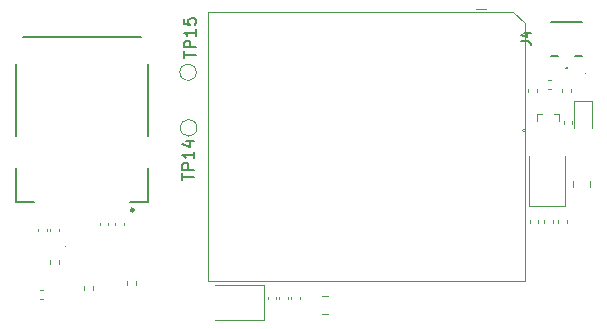
<source format=gbr>
G04 #@! TF.GenerationSoftware,KiCad,Pcbnew,6.0.10+dfsg-1~bpo11+1*
G04 #@! TF.CreationDate,2023-02-03T04:09:12+00:00*
G04 #@! TF.ProjectId,cellular-featherwing-pcb,63656c6c-756c-4617-922d-666561746865,rev?*
G04 #@! TF.SameCoordinates,Original*
G04 #@! TF.FileFunction,Legend,Top*
G04 #@! TF.FilePolarity,Positive*
%FSLAX46Y46*%
G04 Gerber Fmt 4.6, Leading zero omitted, Abs format (unit mm)*
G04 Created by KiCad (PCBNEW 6.0.10+dfsg-1~bpo11+1) date 2023-02-03 04:09:12*
%MOMM*%
%LPD*%
G01*
G04 APERTURE LIST*
%ADD10C,0.150000*%
%ADD11C,0.120000*%
%ADD12C,0.127000*%
%ADD13C,0.200000*%
%ADD14C,0.240000*%
%ADD15C,0.100000*%
%ADD16C,0.010000*%
%ADD17C,1.000000*%
%ADD18R,0.700000X1.150000*%
%ADD19R,1.150000X0.700000*%
%ADD20R,1.000000X1.000000*%
%ADD21R,1.000000X1.050000*%
%ADD22R,1.050000X2.200000*%
%ADD23R,0.900000X1.200000*%
%ADD24R,1.300000X1.800000*%
%ADD25R,0.355600X0.762000*%
G04 APERTURE END LIST*
D10*
X139702380Y-95538095D02*
X139702380Y-94966666D01*
X140702380Y-95252380D02*
X139702380Y-95252380D01*
X140702380Y-94633333D02*
X139702380Y-94633333D01*
X139702380Y-94252380D01*
X139750000Y-94157142D01*
X139797619Y-94109523D01*
X139892857Y-94061904D01*
X140035714Y-94061904D01*
X140130952Y-94109523D01*
X140178571Y-94157142D01*
X140226190Y-94252380D01*
X140226190Y-94633333D01*
X140702380Y-93109523D02*
X140702380Y-93680952D01*
X140702380Y-93395238D02*
X139702380Y-93395238D01*
X139845238Y-93490476D01*
X139940476Y-93585714D01*
X139988095Y-93680952D01*
X140035714Y-92252380D02*
X140702380Y-92252380D01*
X139654761Y-92490476D02*
X140369047Y-92728571D01*
X140369047Y-92109523D01*
X168399340Y-83789695D02*
X168971720Y-83789695D01*
X169086196Y-83827853D01*
X169162513Y-83904171D01*
X169200671Y-84018647D01*
X169200671Y-84094964D01*
X168666451Y-83064681D02*
X169200671Y-83064681D01*
X168361182Y-83255474D02*
X168933561Y-83446267D01*
X168933561Y-82950205D01*
X139852380Y-85188095D02*
X139852380Y-84616666D01*
X140852380Y-84902380D02*
X139852380Y-84902380D01*
X140852380Y-84283333D02*
X139852380Y-84283333D01*
X139852380Y-83902380D01*
X139900000Y-83807142D01*
X139947619Y-83759523D01*
X140042857Y-83711904D01*
X140185714Y-83711904D01*
X140280952Y-83759523D01*
X140328571Y-83807142D01*
X140376190Y-83902380D01*
X140376190Y-84283333D01*
X140852380Y-82759523D02*
X140852380Y-83330952D01*
X140852380Y-83045238D02*
X139852380Y-83045238D01*
X139995238Y-83140476D01*
X140090476Y-83235714D01*
X140138095Y-83330952D01*
X139852380Y-81854761D02*
X139852380Y-82330952D01*
X140328571Y-82378571D01*
X140280952Y-82330952D01*
X140233333Y-82235714D01*
X140233333Y-81997619D01*
X140280952Y-81902380D01*
X140328571Y-81854761D01*
X140423809Y-81807142D01*
X140661904Y-81807142D01*
X140757142Y-81854761D01*
X140804761Y-81902380D01*
X140852380Y-81997619D01*
X140852380Y-82235714D01*
X140804761Y-82330952D01*
X140757142Y-82378571D01*
D11*
X140950000Y-91100000D02*
G75*
G03*
X140950000Y-91100000I-700000J0D01*
G01*
X141900000Y-81300000D02*
X167750000Y-81300000D01*
X168700000Y-82250000D02*
X168700000Y-104100000D01*
X168700000Y-104100000D02*
X141900000Y-104100000D01*
X167750000Y-81300000D02*
X168700000Y-82250000D01*
X165450000Y-81000000D02*
X164600000Y-81000000D01*
X141900000Y-104100000D02*
X141900000Y-81300000D01*
X127626359Y-105620000D02*
X127933641Y-105620000D01*
X127626359Y-104860000D02*
X127933641Y-104860000D01*
X148660000Y-105392164D02*
X148660000Y-105607836D01*
X147940000Y-105392164D02*
X147940000Y-105607836D01*
X171060000Y-98942164D02*
X171060000Y-99157836D01*
X170340000Y-98942164D02*
X170340000Y-99157836D01*
X168990000Y-87822164D02*
X168990000Y-88037836D01*
X169710000Y-87822164D02*
X169710000Y-88037836D01*
X170953641Y-87830000D02*
X170646359Y-87830000D01*
X170953641Y-87070000D02*
X170646359Y-87070000D01*
X172610000Y-87822164D02*
X172610000Y-88037836D01*
X171890000Y-87822164D02*
X171890000Y-88037836D01*
D12*
X170950000Y-82142500D02*
X173550000Y-82142500D01*
X173000000Y-84982500D02*
X173550000Y-84982500D01*
X170950000Y-84982500D02*
X171500000Y-84982500D01*
D10*
X172325000Y-86062500D02*
G75*
G03*
X172325000Y-86062500I-75000J0D01*
G01*
D11*
X151572936Y-106835000D02*
X152027064Y-106835000D01*
X151572936Y-105365000D02*
X152027064Y-105365000D01*
X146940000Y-105392164D02*
X146940000Y-105607836D01*
X147660000Y-105392164D02*
X147660000Y-105607836D01*
X140900000Y-86400000D02*
G75*
G03*
X140900000Y-86400000I-700000J0D01*
G01*
X131400000Y-104793641D02*
X131400000Y-104486359D01*
X132160000Y-104793641D02*
X132160000Y-104486359D01*
X133440000Y-99132164D02*
X133440000Y-99347836D01*
X132720000Y-99132164D02*
X132720000Y-99347836D01*
D13*
X127136000Y-97400000D02*
X125600000Y-97400000D01*
X136800000Y-97400000D02*
X135264000Y-97400000D01*
X136200000Y-83400000D02*
X126200000Y-83400000D01*
X136800000Y-91797000D02*
X136800000Y-85701000D01*
X136800000Y-94464000D02*
X136800000Y-97400000D01*
X125600000Y-97400000D02*
X125600000Y-94464000D01*
X125600000Y-85701000D02*
X125600000Y-91797000D01*
D14*
X135587000Y-98045000D02*
G75*
G03*
X135587000Y-98045000I-120000J0D01*
G01*
D11*
X174235000Y-96077064D02*
X174235000Y-95622936D01*
X172765000Y-96077064D02*
X172765000Y-95622936D01*
X170189460Y-89891200D02*
X169772900Y-89891200D01*
X171627100Y-90521725D02*
X171627100Y-89891200D01*
X169772900Y-89891200D02*
X169772900Y-90521725D01*
X171627100Y-89891200D02*
X171210540Y-89891200D01*
X168756900Y-91300900D02*
G75*
G03*
X168756900Y-91300900I-127000J0D01*
G01*
X172710000Y-90542164D02*
X172710000Y-90757836D01*
X171990000Y-90542164D02*
X171990000Y-90757836D01*
D15*
X173875000Y-86462500D02*
G75*
G03*
X173875000Y-86462500I-50000J0D01*
G01*
D11*
X149660000Y-105392164D02*
X149660000Y-105607836D01*
X148940000Y-105392164D02*
X148940000Y-105607836D01*
X134020000Y-99132164D02*
X134020000Y-99347836D01*
X134740000Y-99132164D02*
X134740000Y-99347836D01*
X172110000Y-97710000D02*
X172110000Y-93500000D01*
X169090000Y-93500000D02*
X169090000Y-97710000D01*
X169090000Y-97710000D02*
X172110000Y-97710000D01*
X128500000Y-102593641D02*
X128500000Y-102286359D01*
X129260000Y-102593641D02*
X129260000Y-102286359D01*
X174385000Y-88865000D02*
X172915000Y-88865000D01*
X172915000Y-88865000D02*
X172915000Y-91150000D01*
X174385000Y-91150000D02*
X174385000Y-88865000D01*
X169860000Y-98942164D02*
X169860000Y-99157836D01*
X169140000Y-98942164D02*
X169140000Y-99157836D01*
X128240000Y-99632164D02*
X128240000Y-99847836D01*
X127520000Y-99632164D02*
X127520000Y-99847836D01*
X172260000Y-98942164D02*
X172260000Y-99157836D01*
X171540000Y-98942164D02*
X171540000Y-99157836D01*
X129810000Y-101140000D02*
G75*
G03*
X129810000Y-101140000I-10000J0D01*
G01*
X129240000Y-99632164D02*
X129240000Y-99847836D01*
X128520000Y-99632164D02*
X128520000Y-99847836D01*
X135000000Y-104393641D02*
X135000000Y-104086359D01*
X135760000Y-104393641D02*
X135760000Y-104086359D01*
X146660000Y-107410000D02*
X146660000Y-104390000D01*
X142450000Y-107410000D02*
X146660000Y-107410000D01*
X146660000Y-104390000D02*
X142450000Y-104390000D01*
%LPC*%
G36*
X130775000Y-101140700D02*
G01*
X130324564Y-101140700D01*
X130324564Y-100240000D01*
X130775000Y-100240000D01*
X130775000Y-101140700D01*
G37*
D16*
X130775000Y-101140700D02*
X130324564Y-101140700D01*
X130324564Y-100240000D01*
X130775000Y-100240000D01*
X130775000Y-101140700D01*
G36*
X132075000Y-99239692D02*
G01*
X131625262Y-99239692D01*
X131625262Y-98340000D01*
X132075000Y-98340000D01*
X132075000Y-99239692D01*
G37*
X132075000Y-99239692D02*
X131625262Y-99239692D01*
X131625262Y-98340000D01*
X132075000Y-98340000D01*
X132075000Y-99239692D01*
G36*
X131425000Y-99239435D02*
G01*
X130974746Y-99239435D01*
X130974746Y-98340000D01*
X131425000Y-98340000D01*
X131425000Y-99239435D01*
G37*
X131425000Y-99239435D02*
X130974746Y-99239435D01*
X130974746Y-98340000D01*
X131425000Y-98340000D01*
X131425000Y-99239435D01*
G36*
X132075000Y-101141810D02*
G01*
X131625551Y-101141810D01*
X131625551Y-100240000D01*
X132075000Y-100240000D01*
X132075000Y-101141810D01*
G37*
X132075000Y-101141810D02*
X131625551Y-101141810D01*
X131625551Y-100240000D01*
X132075000Y-100240000D01*
X132075000Y-101141810D01*
G36*
X131425000Y-101140820D02*
G01*
X130974869Y-101140820D01*
X130974869Y-100240000D01*
X131425000Y-100240000D01*
X131425000Y-101140820D01*
G37*
X131425000Y-101140820D02*
X130974869Y-101140820D01*
X130974869Y-100240000D01*
X131425000Y-100240000D01*
X131425000Y-101140820D01*
G36*
X130775000Y-99239917D02*
G01*
X130324855Y-99239917D01*
X130324855Y-98340000D01*
X130775000Y-98340000D01*
X130775000Y-99239917D01*
G37*
X130775000Y-99239917D02*
X130324855Y-99239917D01*
X130324855Y-98340000D01*
X130775000Y-98340000D01*
X130775000Y-99239917D01*
D17*
X140250000Y-91100000D03*
D18*
X165000000Y-83520000D03*
X163900000Y-83520000D03*
X162800000Y-83520000D03*
X161700000Y-83520000D03*
X160600000Y-83520000D03*
X159500000Y-83520000D03*
X158400000Y-83520000D03*
X157300000Y-83520000D03*
X156200000Y-83520000D03*
X155100000Y-83520000D03*
X153400000Y-83520000D03*
X152300000Y-83520000D03*
X151200000Y-83520000D03*
X150100000Y-83520000D03*
X149000000Y-83520000D03*
X147900000Y-83520000D03*
X146800000Y-83520000D03*
X145700000Y-83520000D03*
D19*
X144270000Y-85250000D03*
X144270000Y-86350000D03*
X144270000Y-87450000D03*
X144270000Y-88550000D03*
X144270000Y-89650000D03*
X144270000Y-90750000D03*
X144270000Y-93250000D03*
X144270000Y-94350000D03*
X144270000Y-95450000D03*
X144270000Y-96550000D03*
X144270000Y-97650000D03*
X144270000Y-98750000D03*
X144270000Y-99850000D03*
D18*
X145700000Y-101880000D03*
X146800000Y-101880000D03*
X147900000Y-101880000D03*
X149000000Y-101880000D03*
X150100000Y-101880000D03*
X151200000Y-101880000D03*
X152300000Y-101880000D03*
X153400000Y-101880000D03*
X155100000Y-101880000D03*
X156200000Y-101880000D03*
X157300000Y-101880000D03*
X158400000Y-101880000D03*
X159500000Y-101880000D03*
X160600000Y-101880000D03*
X161700000Y-101880000D03*
X162800000Y-101880000D03*
X163900000Y-101880000D03*
X165000000Y-101880000D03*
D19*
X166330000Y-99850000D03*
X166330000Y-98750000D03*
X166330000Y-97650000D03*
X166330000Y-96550000D03*
X166330000Y-95450000D03*
X166330000Y-94350000D03*
X166330000Y-93250000D03*
X166330000Y-90750000D03*
X166330000Y-89650000D03*
X166330000Y-88550000D03*
X166330000Y-87450000D03*
X166330000Y-86350000D03*
X166330000Y-85250000D03*
D20*
X159550000Y-86750000D03*
X157850000Y-86750000D03*
X156150000Y-86750000D03*
X154450000Y-86750000D03*
X152750000Y-86750000D03*
X151050000Y-86750000D03*
X147650000Y-90150000D03*
X147650000Y-91850000D03*
X147650000Y-93550000D03*
X147650000Y-95250000D03*
X151050000Y-98650000D03*
X152750000Y-98650000D03*
X154450000Y-98650000D03*
X156150000Y-98650000D03*
X157850000Y-98650000D03*
X159550000Y-98650000D03*
X162950000Y-95250000D03*
X162950000Y-93550000D03*
X162950000Y-91850000D03*
X162950000Y-90150000D03*
X159550000Y-88450000D03*
X157850000Y-88450000D03*
X156150000Y-88450000D03*
X154450000Y-88450000D03*
X152750000Y-88450000D03*
X151050000Y-88450000D03*
X149350000Y-90150000D03*
X149350000Y-91850000D03*
X149350000Y-93550000D03*
X149350000Y-95250000D03*
X151050000Y-96950000D03*
X152750000Y-96950000D03*
X154450000Y-96950000D03*
X156150000Y-96950000D03*
X157850000Y-96950000D03*
X159550000Y-96950000D03*
X161250000Y-95250000D03*
X161250000Y-93550000D03*
X161250000Y-91850000D03*
X161250000Y-90150000D03*
G36*
G01*
X127000000Y-105425000D02*
X127000000Y-105055000D01*
G75*
G02*
X127135000Y-104920000I135000J0D01*
G01*
X127405000Y-104920000D01*
G75*
G02*
X127540000Y-105055000I0J-135000D01*
G01*
X127540000Y-105425000D01*
G75*
G02*
X127405000Y-105560000I-135000J0D01*
G01*
X127135000Y-105560000D01*
G75*
G02*
X127000000Y-105425000I0J135000D01*
G01*
G37*
G36*
G01*
X128020000Y-105425000D02*
X128020000Y-105055000D01*
G75*
G02*
X128155000Y-104920000I135000J0D01*
G01*
X128425000Y-104920000D01*
G75*
G02*
X128560000Y-105055000I0J-135000D01*
G01*
X128560000Y-105425000D01*
G75*
G02*
X128425000Y-105560000I-135000J0D01*
G01*
X128155000Y-105560000D01*
G75*
G02*
X128020000Y-105425000I0J135000D01*
G01*
G37*
G36*
G01*
X148130000Y-104740000D02*
X148470000Y-104740000D01*
G75*
G02*
X148610000Y-104880000I0J-140000D01*
G01*
X148610000Y-105160000D01*
G75*
G02*
X148470000Y-105300000I-140000J0D01*
G01*
X148130000Y-105300000D01*
G75*
G02*
X147990000Y-105160000I0J140000D01*
G01*
X147990000Y-104880000D01*
G75*
G02*
X148130000Y-104740000I140000J0D01*
G01*
G37*
G36*
G01*
X148130000Y-105700000D02*
X148470000Y-105700000D01*
G75*
G02*
X148610000Y-105840000I0J-140000D01*
G01*
X148610000Y-106120000D01*
G75*
G02*
X148470000Y-106260000I-140000J0D01*
G01*
X148130000Y-106260000D01*
G75*
G02*
X147990000Y-106120000I0J140000D01*
G01*
X147990000Y-105840000D01*
G75*
G02*
X148130000Y-105700000I140000J0D01*
G01*
G37*
G36*
G01*
X170530000Y-98290000D02*
X170870000Y-98290000D01*
G75*
G02*
X171010000Y-98430000I0J-140000D01*
G01*
X171010000Y-98710000D01*
G75*
G02*
X170870000Y-98850000I-140000J0D01*
G01*
X170530000Y-98850000D01*
G75*
G02*
X170390000Y-98710000I0J140000D01*
G01*
X170390000Y-98430000D01*
G75*
G02*
X170530000Y-98290000I140000J0D01*
G01*
G37*
G36*
G01*
X170530000Y-99250000D02*
X170870000Y-99250000D01*
G75*
G02*
X171010000Y-99390000I0J-140000D01*
G01*
X171010000Y-99670000D01*
G75*
G02*
X170870000Y-99810000I-140000J0D01*
G01*
X170530000Y-99810000D01*
G75*
G02*
X170390000Y-99670000I0J140000D01*
G01*
X170390000Y-99390000D01*
G75*
G02*
X170530000Y-99250000I140000J0D01*
G01*
G37*
G36*
G01*
X169180000Y-87170000D02*
X169520000Y-87170000D01*
G75*
G02*
X169660000Y-87310000I0J-140000D01*
G01*
X169660000Y-87590000D01*
G75*
G02*
X169520000Y-87730000I-140000J0D01*
G01*
X169180000Y-87730000D01*
G75*
G02*
X169040000Y-87590000I0J140000D01*
G01*
X169040000Y-87310000D01*
G75*
G02*
X169180000Y-87170000I140000J0D01*
G01*
G37*
G36*
G01*
X169180000Y-88130000D02*
X169520000Y-88130000D01*
G75*
G02*
X169660000Y-88270000I0J-140000D01*
G01*
X169660000Y-88550000D01*
G75*
G02*
X169520000Y-88690000I-140000J0D01*
G01*
X169180000Y-88690000D01*
G75*
G02*
X169040000Y-88550000I0J140000D01*
G01*
X169040000Y-88270000D01*
G75*
G02*
X169180000Y-88130000I140000J0D01*
G01*
G37*
G36*
G01*
X171580000Y-87265000D02*
X171580000Y-87635000D01*
G75*
G02*
X171445000Y-87770000I-135000J0D01*
G01*
X171175000Y-87770000D01*
G75*
G02*
X171040000Y-87635000I0J135000D01*
G01*
X171040000Y-87265000D01*
G75*
G02*
X171175000Y-87130000I135000J0D01*
G01*
X171445000Y-87130000D01*
G75*
G02*
X171580000Y-87265000I0J-135000D01*
G01*
G37*
G36*
G01*
X170560000Y-87265000D02*
X170560000Y-87635000D01*
G75*
G02*
X170425000Y-87770000I-135000J0D01*
G01*
X170155000Y-87770000D01*
G75*
G02*
X170020000Y-87635000I0J135000D01*
G01*
X170020000Y-87265000D01*
G75*
G02*
X170155000Y-87130000I135000J0D01*
G01*
X170425000Y-87130000D01*
G75*
G02*
X170560000Y-87265000I0J-135000D01*
G01*
G37*
G36*
G01*
X172080000Y-87170000D02*
X172420000Y-87170000D01*
G75*
G02*
X172560000Y-87310000I0J-140000D01*
G01*
X172560000Y-87590000D01*
G75*
G02*
X172420000Y-87730000I-140000J0D01*
G01*
X172080000Y-87730000D01*
G75*
G02*
X171940000Y-87590000I0J140000D01*
G01*
X171940000Y-87310000D01*
G75*
G02*
X172080000Y-87170000I140000J0D01*
G01*
G37*
G36*
G01*
X172080000Y-88130000D02*
X172420000Y-88130000D01*
G75*
G02*
X172560000Y-88270000I0J-140000D01*
G01*
X172560000Y-88550000D01*
G75*
G02*
X172420000Y-88690000I-140000J0D01*
G01*
X172080000Y-88690000D01*
G75*
G02*
X171940000Y-88550000I0J140000D01*
G01*
X171940000Y-88270000D01*
G75*
G02*
X172080000Y-88130000I140000J0D01*
G01*
G37*
D21*
X172250000Y-85087500D03*
D22*
X170775000Y-83562500D03*
X173725000Y-83562500D03*
G36*
G01*
X150375000Y-106550000D02*
X150375000Y-105650000D01*
G75*
G02*
X150625000Y-105400000I250000J0D01*
G01*
X151150000Y-105400000D01*
G75*
G02*
X151400000Y-105650000I0J-250000D01*
G01*
X151400000Y-106550000D01*
G75*
G02*
X151150000Y-106800000I-250000J0D01*
G01*
X150625000Y-106800000D01*
G75*
G02*
X150375000Y-106550000I0J250000D01*
G01*
G37*
G36*
G01*
X152200000Y-106550000D02*
X152200000Y-105650000D01*
G75*
G02*
X152450000Y-105400000I250000J0D01*
G01*
X152975000Y-105400000D01*
G75*
G02*
X153225000Y-105650000I0J-250000D01*
G01*
X153225000Y-106550000D01*
G75*
G02*
X152975000Y-106800000I-250000J0D01*
G01*
X152450000Y-106800000D01*
G75*
G02*
X152200000Y-106550000I0J250000D01*
G01*
G37*
G36*
G01*
X147130000Y-104740000D02*
X147470000Y-104740000D01*
G75*
G02*
X147610000Y-104880000I0J-140000D01*
G01*
X147610000Y-105160000D01*
G75*
G02*
X147470000Y-105300000I-140000J0D01*
G01*
X147130000Y-105300000D01*
G75*
G02*
X146990000Y-105160000I0J140000D01*
G01*
X146990000Y-104880000D01*
G75*
G02*
X147130000Y-104740000I140000J0D01*
G01*
G37*
G36*
G01*
X147130000Y-105700000D02*
X147470000Y-105700000D01*
G75*
G02*
X147610000Y-105840000I0J-140000D01*
G01*
X147610000Y-106120000D01*
G75*
G02*
X147470000Y-106260000I-140000J0D01*
G01*
X147130000Y-106260000D01*
G75*
G02*
X146990000Y-106120000I0J140000D01*
G01*
X146990000Y-105840000D01*
G75*
G02*
X147130000Y-105700000I140000J0D01*
G01*
G37*
D17*
X140200000Y-86400000D03*
G36*
G01*
X131965000Y-105420000D02*
X131595000Y-105420000D01*
G75*
G02*
X131460000Y-105285000I0J135000D01*
G01*
X131460000Y-105015000D01*
G75*
G02*
X131595000Y-104880000I135000J0D01*
G01*
X131965000Y-104880000D01*
G75*
G02*
X132100000Y-105015000I0J-135000D01*
G01*
X132100000Y-105285000D01*
G75*
G02*
X131965000Y-105420000I-135000J0D01*
G01*
G37*
G36*
G01*
X131965000Y-104400000D02*
X131595000Y-104400000D01*
G75*
G02*
X131460000Y-104265000I0J135000D01*
G01*
X131460000Y-103995000D01*
G75*
G02*
X131595000Y-103860000I135000J0D01*
G01*
X131965000Y-103860000D01*
G75*
G02*
X132100000Y-103995000I0J-135000D01*
G01*
X132100000Y-104265000D01*
G75*
G02*
X131965000Y-104400000I-135000J0D01*
G01*
G37*
G36*
G01*
X132910000Y-98480000D02*
X133250000Y-98480000D01*
G75*
G02*
X133390000Y-98620000I0J-140000D01*
G01*
X133390000Y-98900000D01*
G75*
G02*
X133250000Y-99040000I-140000J0D01*
G01*
X132910000Y-99040000D01*
G75*
G02*
X132770000Y-98900000I0J140000D01*
G01*
X132770000Y-98620000D01*
G75*
G02*
X132910000Y-98480000I140000J0D01*
G01*
G37*
G36*
G01*
X132910000Y-99440000D02*
X133250000Y-99440000D01*
G75*
G02*
X133390000Y-99580000I0J-140000D01*
G01*
X133390000Y-99860000D01*
G75*
G02*
X133250000Y-100000000I-140000J0D01*
G01*
X132910000Y-100000000D01*
G75*
G02*
X132770000Y-99860000I0J140000D01*
G01*
X132770000Y-99580000D01*
G75*
G02*
X132910000Y-99440000I140000J0D01*
G01*
G37*
D23*
X134375000Y-97200000D03*
X131835000Y-97200000D03*
X129295000Y-97200000D03*
X133105000Y-97200000D03*
X130565000Y-97200000D03*
X128025000Y-97200000D03*
D24*
X137350000Y-93100000D03*
X125050000Y-93100000D03*
X125050000Y-84300000D03*
X137350000Y-84300000D03*
G36*
G01*
X173950000Y-97275000D02*
X173050000Y-97275000D01*
G75*
G02*
X172800000Y-97025000I0J250000D01*
G01*
X172800000Y-96500000D01*
G75*
G02*
X173050000Y-96250000I250000J0D01*
G01*
X173950000Y-96250000D01*
G75*
G02*
X174200000Y-96500000I0J-250000D01*
G01*
X174200000Y-97025000D01*
G75*
G02*
X173950000Y-97275000I-250000J0D01*
G01*
G37*
G36*
G01*
X173950000Y-95450000D02*
X173050000Y-95450000D01*
G75*
G02*
X172800000Y-95200000I0J250000D01*
G01*
X172800000Y-94675000D01*
G75*
G02*
X173050000Y-94425000I250000J0D01*
G01*
X173950000Y-94425000D01*
G75*
G02*
X174200000Y-94675000I0J-250000D01*
G01*
X174200000Y-95200000D01*
G75*
G02*
X173950000Y-95450000I-250000J0D01*
G01*
G37*
D25*
X170200001Y-91123100D03*
X171199999Y-91123100D03*
X170700000Y-89776900D03*
G36*
G01*
X172180000Y-89890000D02*
X172520000Y-89890000D01*
G75*
G02*
X172660000Y-90030000I0J-140000D01*
G01*
X172660000Y-90310000D01*
G75*
G02*
X172520000Y-90450000I-140000J0D01*
G01*
X172180000Y-90450000D01*
G75*
G02*
X172040000Y-90310000I0J140000D01*
G01*
X172040000Y-90030000D01*
G75*
G02*
X172180000Y-89890000I140000J0D01*
G01*
G37*
G36*
G01*
X172180000Y-90850000D02*
X172520000Y-90850000D01*
G75*
G02*
X172660000Y-90990000I0J-140000D01*
G01*
X172660000Y-91270000D01*
G75*
G02*
X172520000Y-91410000I-140000J0D01*
G01*
X172180000Y-91410000D01*
G75*
G02*
X172040000Y-91270000I0J140000D01*
G01*
X172040000Y-90990000D01*
G75*
G02*
X172180000Y-90850000I140000J0D01*
G01*
G37*
G36*
G01*
X173515000Y-86290000D02*
X173515000Y-86635000D01*
G75*
G02*
X173367500Y-86782500I-147500J0D01*
G01*
X173072500Y-86782500D01*
G75*
G02*
X172925000Y-86635000I0J147500D01*
G01*
X172925000Y-86290000D01*
G75*
G02*
X173072500Y-86142500I147500J0D01*
G01*
X173367500Y-86142500D01*
G75*
G02*
X173515000Y-86290000I0J-147500D01*
G01*
G37*
G36*
G01*
X172545000Y-86290000D02*
X172545000Y-86635000D01*
G75*
G02*
X172397500Y-86782500I-147500J0D01*
G01*
X172102500Y-86782500D01*
G75*
G02*
X171955000Y-86635000I0J147500D01*
G01*
X171955000Y-86290000D01*
G75*
G02*
X172102500Y-86142500I147500J0D01*
G01*
X172397500Y-86142500D01*
G75*
G02*
X172545000Y-86290000I0J-147500D01*
G01*
G37*
G36*
G01*
X149130000Y-104740000D02*
X149470000Y-104740000D01*
G75*
G02*
X149610000Y-104880000I0J-140000D01*
G01*
X149610000Y-105160000D01*
G75*
G02*
X149470000Y-105300000I-140000J0D01*
G01*
X149130000Y-105300000D01*
G75*
G02*
X148990000Y-105160000I0J140000D01*
G01*
X148990000Y-104880000D01*
G75*
G02*
X149130000Y-104740000I140000J0D01*
G01*
G37*
G36*
G01*
X149130000Y-105700000D02*
X149470000Y-105700000D01*
G75*
G02*
X149610000Y-105840000I0J-140000D01*
G01*
X149610000Y-106120000D01*
G75*
G02*
X149470000Y-106260000I-140000J0D01*
G01*
X149130000Y-106260000D01*
G75*
G02*
X148990000Y-106120000I0J140000D01*
G01*
X148990000Y-105840000D01*
G75*
G02*
X149130000Y-105700000I140000J0D01*
G01*
G37*
G36*
G01*
X134210000Y-98480000D02*
X134550000Y-98480000D01*
G75*
G02*
X134690000Y-98620000I0J-140000D01*
G01*
X134690000Y-98900000D01*
G75*
G02*
X134550000Y-99040000I-140000J0D01*
G01*
X134210000Y-99040000D01*
G75*
G02*
X134070000Y-98900000I0J140000D01*
G01*
X134070000Y-98620000D01*
G75*
G02*
X134210000Y-98480000I140000J0D01*
G01*
G37*
G36*
G01*
X134210000Y-99440000D02*
X134550000Y-99440000D01*
G75*
G02*
X134690000Y-99580000I0J-140000D01*
G01*
X134690000Y-99860000D01*
G75*
G02*
X134550000Y-100000000I-140000J0D01*
G01*
X134210000Y-100000000D01*
G75*
G02*
X134070000Y-99860000I0J140000D01*
G01*
X134070000Y-99580000D01*
G75*
G02*
X134210000Y-99440000I140000J0D01*
G01*
G37*
G36*
G01*
X171525000Y-97450000D02*
X169675000Y-97450000D01*
G75*
G02*
X169425000Y-97200000I0J250000D01*
G01*
X169425000Y-96375000D01*
G75*
G02*
X169675000Y-96125000I250000J0D01*
G01*
X171525000Y-96125000D01*
G75*
G02*
X171775000Y-96375000I0J-250000D01*
G01*
X171775000Y-97200000D01*
G75*
G02*
X171525000Y-97450000I-250000J0D01*
G01*
G37*
G36*
G01*
X171525000Y-94375000D02*
X169675000Y-94375000D01*
G75*
G02*
X169425000Y-94125000I0J250000D01*
G01*
X169425000Y-93300000D01*
G75*
G02*
X169675000Y-93050000I250000J0D01*
G01*
X171525000Y-93050000D01*
G75*
G02*
X171775000Y-93300000I0J-250000D01*
G01*
X171775000Y-94125000D01*
G75*
G02*
X171525000Y-94375000I-250000J0D01*
G01*
G37*
G36*
G01*
X129065000Y-103220000D02*
X128695000Y-103220000D01*
G75*
G02*
X128560000Y-103085000I0J135000D01*
G01*
X128560000Y-102815000D01*
G75*
G02*
X128695000Y-102680000I135000J0D01*
G01*
X129065000Y-102680000D01*
G75*
G02*
X129200000Y-102815000I0J-135000D01*
G01*
X129200000Y-103085000D01*
G75*
G02*
X129065000Y-103220000I-135000J0D01*
G01*
G37*
G36*
G01*
X129065000Y-102200000D02*
X128695000Y-102200000D01*
G75*
G02*
X128560000Y-102065000I0J135000D01*
G01*
X128560000Y-101795000D01*
G75*
G02*
X128695000Y-101660000I135000J0D01*
G01*
X129065000Y-101660000D01*
G75*
G02*
X129200000Y-101795000I0J-135000D01*
G01*
X129200000Y-102065000D01*
G75*
G02*
X129065000Y-102200000I-135000J0D01*
G01*
G37*
G36*
G01*
X173393750Y-89125000D02*
X173906250Y-89125000D01*
G75*
G02*
X174125000Y-89343750I0J-218750D01*
G01*
X174125000Y-89781250D01*
G75*
G02*
X173906250Y-90000000I-218750J0D01*
G01*
X173393750Y-90000000D01*
G75*
G02*
X173175000Y-89781250I0J218750D01*
G01*
X173175000Y-89343750D01*
G75*
G02*
X173393750Y-89125000I218750J0D01*
G01*
G37*
G36*
G01*
X173393750Y-90700000D02*
X173906250Y-90700000D01*
G75*
G02*
X174125000Y-90918750I0J-218750D01*
G01*
X174125000Y-91356250D01*
G75*
G02*
X173906250Y-91575000I-218750J0D01*
G01*
X173393750Y-91575000D01*
G75*
G02*
X173175000Y-91356250I0J218750D01*
G01*
X173175000Y-90918750D01*
G75*
G02*
X173393750Y-90700000I218750J0D01*
G01*
G37*
G36*
G01*
X169330000Y-98290000D02*
X169670000Y-98290000D01*
G75*
G02*
X169810000Y-98430000I0J-140000D01*
G01*
X169810000Y-98710000D01*
G75*
G02*
X169670000Y-98850000I-140000J0D01*
G01*
X169330000Y-98850000D01*
G75*
G02*
X169190000Y-98710000I0J140000D01*
G01*
X169190000Y-98430000D01*
G75*
G02*
X169330000Y-98290000I140000J0D01*
G01*
G37*
G36*
G01*
X169330000Y-99250000D02*
X169670000Y-99250000D01*
G75*
G02*
X169810000Y-99390000I0J-140000D01*
G01*
X169810000Y-99670000D01*
G75*
G02*
X169670000Y-99810000I-140000J0D01*
G01*
X169330000Y-99810000D01*
G75*
G02*
X169190000Y-99670000I0J140000D01*
G01*
X169190000Y-99390000D01*
G75*
G02*
X169330000Y-99250000I140000J0D01*
G01*
G37*
G36*
G01*
X127710000Y-98980000D02*
X128050000Y-98980000D01*
G75*
G02*
X128190000Y-99120000I0J-140000D01*
G01*
X128190000Y-99400000D01*
G75*
G02*
X128050000Y-99540000I-140000J0D01*
G01*
X127710000Y-99540000D01*
G75*
G02*
X127570000Y-99400000I0J140000D01*
G01*
X127570000Y-99120000D01*
G75*
G02*
X127710000Y-98980000I140000J0D01*
G01*
G37*
G36*
G01*
X127710000Y-99940000D02*
X128050000Y-99940000D01*
G75*
G02*
X128190000Y-100080000I0J-140000D01*
G01*
X128190000Y-100360000D01*
G75*
G02*
X128050000Y-100500000I-140000J0D01*
G01*
X127710000Y-100500000D01*
G75*
G02*
X127570000Y-100360000I0J140000D01*
G01*
X127570000Y-100080000D01*
G75*
G02*
X127710000Y-99940000I140000J0D01*
G01*
G37*
G36*
G01*
X171730000Y-98290000D02*
X172070000Y-98290000D01*
G75*
G02*
X172210000Y-98430000I0J-140000D01*
G01*
X172210000Y-98710000D01*
G75*
G02*
X172070000Y-98850000I-140000J0D01*
G01*
X171730000Y-98850000D01*
G75*
G02*
X171590000Y-98710000I0J140000D01*
G01*
X171590000Y-98430000D01*
G75*
G02*
X171730000Y-98290000I140000J0D01*
G01*
G37*
G36*
G01*
X171730000Y-99250000D02*
X172070000Y-99250000D01*
G75*
G02*
X172210000Y-99390000I0J-140000D01*
G01*
X172210000Y-99670000D01*
G75*
G02*
X172070000Y-99810000I-140000J0D01*
G01*
X171730000Y-99810000D01*
G75*
G02*
X171590000Y-99670000I0J140000D01*
G01*
X171590000Y-99390000D01*
G75*
G02*
X171730000Y-99250000I140000J0D01*
G01*
G37*
G36*
G01*
X128710000Y-98980000D02*
X129050000Y-98980000D01*
G75*
G02*
X129190000Y-99120000I0J-140000D01*
G01*
X129190000Y-99400000D01*
G75*
G02*
X129050000Y-99540000I-140000J0D01*
G01*
X128710000Y-99540000D01*
G75*
G02*
X128570000Y-99400000I0J140000D01*
G01*
X128570000Y-99120000D01*
G75*
G02*
X128710000Y-98980000I140000J0D01*
G01*
G37*
G36*
G01*
X128710000Y-99940000D02*
X129050000Y-99940000D01*
G75*
G02*
X129190000Y-100080000I0J-140000D01*
G01*
X129190000Y-100360000D01*
G75*
G02*
X129050000Y-100500000I-140000J0D01*
G01*
X128710000Y-100500000D01*
G75*
G02*
X128570000Y-100360000I0J140000D01*
G01*
X128570000Y-100080000D01*
G75*
G02*
X128710000Y-99940000I140000J0D01*
G01*
G37*
G36*
G01*
X135565000Y-105020000D02*
X135195000Y-105020000D01*
G75*
G02*
X135060000Y-104885000I0J135000D01*
G01*
X135060000Y-104615000D01*
G75*
G02*
X135195000Y-104480000I135000J0D01*
G01*
X135565000Y-104480000D01*
G75*
G02*
X135700000Y-104615000I0J-135000D01*
G01*
X135700000Y-104885000D01*
G75*
G02*
X135565000Y-105020000I-135000J0D01*
G01*
G37*
G36*
G01*
X135565000Y-104000000D02*
X135195000Y-104000000D01*
G75*
G02*
X135060000Y-103865000I0J135000D01*
G01*
X135060000Y-103595000D01*
G75*
G02*
X135195000Y-103460000I135000J0D01*
G01*
X135565000Y-103460000D01*
G75*
G02*
X135700000Y-103595000I0J-135000D01*
G01*
X135700000Y-103865000D01*
G75*
G02*
X135565000Y-104000000I-135000J0D01*
G01*
G37*
G36*
G01*
X146400000Y-104975000D02*
X146400000Y-106825000D01*
G75*
G02*
X146150000Y-107075000I-250000J0D01*
G01*
X145325000Y-107075000D01*
G75*
G02*
X145075000Y-106825000I0J250000D01*
G01*
X145075000Y-104975000D01*
G75*
G02*
X145325000Y-104725000I250000J0D01*
G01*
X146150000Y-104725000D01*
G75*
G02*
X146400000Y-104975000I0J-250000D01*
G01*
G37*
G36*
G01*
X143325000Y-104975000D02*
X143325000Y-106825000D01*
G75*
G02*
X143075000Y-107075000I-250000J0D01*
G01*
X142250000Y-107075000D01*
G75*
G02*
X142000000Y-106825000I0J250000D01*
G01*
X142000000Y-104975000D01*
G75*
G02*
X142250000Y-104725000I250000J0D01*
G01*
X143075000Y-104725000D01*
G75*
G02*
X143325000Y-104975000I0J-250000D01*
G01*
G37*
M02*

</source>
